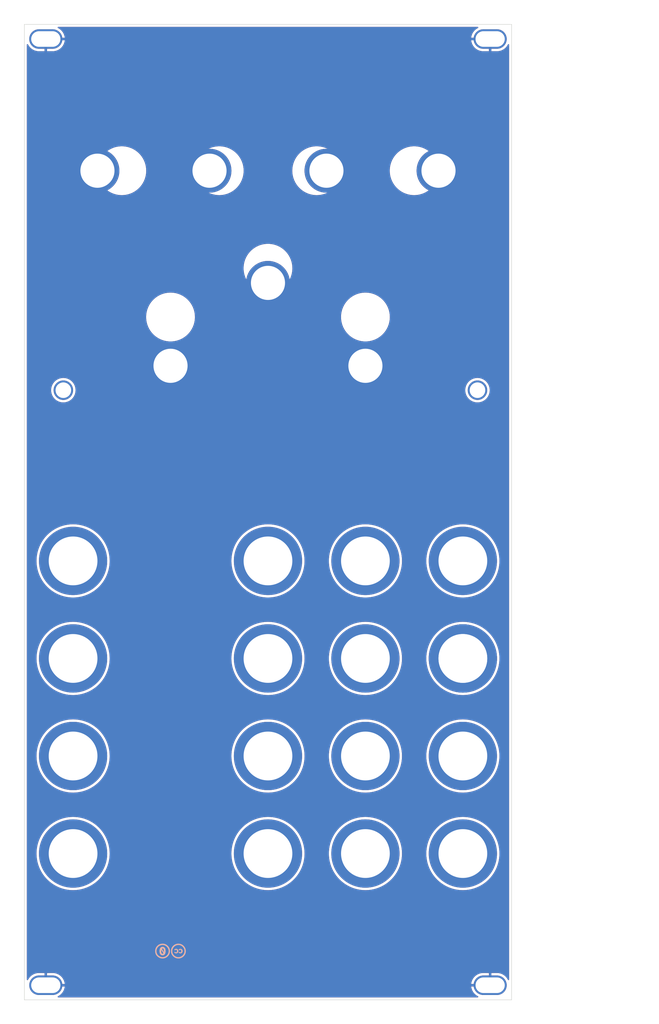
<source format=kicad_pcb>
(kicad_pcb (version 20221018) (generator pcbnew)
  (layers (0 "F.Cu" signal) (31 "B.Cu" signal) (34 "B.Paste" user) (35 "F.Paste" user) (36 "B.SilkS" user "B.Silkscreen") (37 "F.SilkS" user "F.Silkscreen") (38 "B.Mask" user) (39 "F.Mask" user) (44 "Edge.Cuts" user))
  (net 0 "")
  (net 1 "GND")
  (footprint "Kosmo_panel:Kosmo_Panel_Dual_Slotted_Mounting_Holes" (layer "F.Cu") (at 113.1 10.6 180)
    (fp_text reference "H14" hide)
    (fp_text value "Panel")
    (pad "1" thru_hole oval (at 1.4 -194 180) (size 6.8 4) (drill oval 6 3.2) (layers "*.Cu" "*.Mask") (net 1 "GND"))
    (pad "1" thru_hole oval (at 1.4 0 180) (size 6.8 4) (drill oval 6 3.2) (layers "*.Cu" "*.Mask") (net 1 "GND"))
  )
  (footprint "Kosmo_panel:Kosmo_Panel_Dual_Slotted_Mounting_Holes" (layer "F.Cu") (at 19.1 204.6)
    (fp_text reference "H11" hide)
    (fp_text value "Panel")
    (pad "1" thru_hole oval (at 1.4 -194) (size 6.8 4) (drill oval 6 3.2) (layers "*.Cu" "*.Mask") (net 1 "GND"))
    (pad "1" thru_hole oval (at 1.4 0) (size 6.8 4) (drill oval 6 3.2) (layers "*.Cu" "*.Mask") (net 1 "GND"))
  )
  (footprint "Kosmo_panel:Kosmo_Jack_Hole" (layer "F.Cu") (at 86.1 117.6)
    (fp_text reference "H161.1" hide)
    (fp_text value "Jack_Hole")
    (pad "1" thru_hole circle (at 0 0) (size 14 14) (drill 10) (layers "*.Cu" "*.Mask"))
  )
  (footprint "KOSMO:Kosmo_Pot_Hole" (layer "F.Cu") (at 78.1 37.6)
    (fp_text reference "REF**" hide)
    (fp_text value "Kosmo_Pot_Hole")
    (pad "1" thru_hole circle (at 0 0) (size 9 9) (drill 7) (layers "*.Cu" "*.Mask"))
  )
  (footprint "Kosmo_panel:Kosmo_Jack_Hole" (layer "F.Cu") (at 86.1 137.6)
    (fp_text reference "H161.1" hide)
    (fp_text value "Jack_Hole")
    (pad "1" thru_hole circle (at 0 0) (size 14 14) (drill 10) (layers "*.Cu" "*.Mask"))
  )
  (footprint "KOSMO:Kosmo_Switch_Hole" (layer "F.Cu") (at 66.1 60.6)
    (fp_text reference "REF**" hide)
    (fp_text value "Kosmo_Switch_Hole")
    (pad "1" thru_hole circle (at 0 0) (size 9 9) (drill 7) (layers "*.Cu" "*.Mask"))
  )
  (footprint "Kosmo_panel:Kosmo_Jack_Hole" (layer "F.Cu") (at 66.1 137.6)
    (fp_text reference "H161.1" hide)
    (fp_text value "Jack_Hole")
    (pad "1" thru_hole circle (at 0 0) (size 14 14) (drill 10) (layers "*.Cu" "*.Mask"))
  )
  (footprint "Kosmo_panel:Kosmo_Jack_Hole" (layer "F.Cu") (at 26.1 117.6)
    (fp_text reference "H2" hide)
    (fp_text value "Jack_Hole")
    (pad "1" thru_hole circle (at 0 0) (size 14 14) (drill 10) (layers "*.Cu" "*.Mask"))
  )
  (footprint "KOSMO:Kosmo_Pot_Hole" (layer "F.Cu") (at 101.1 37.6)
    (fp_text reference "REF**" hide)
    (fp_text value "Kosmo_Pot_Hole")
    (pad "1" thru_hole circle (at 0 0) (size 9 9) (drill 7) (layers "*.Cu" "*.Mask"))
  )
  (footprint "Kosmo_panel:Kosmo_Jack_Hole" (layer "F.Cu") (at 106.1 117.6)
    (fp_text reference "H161.1" hide)
    (fp_text value "Jack_Hole")
    (pad "1" thru_hole circle (at 0 0) (size 14 14) (drill 10) (layers "*.Cu" "*.Mask"))
  )
  (footprint "KOSMO:Kosmo_Pot_Hole" (layer "F.Cu") (at 86.1 77.6)
    (fp_text reference "REF**" hide)
    (fp_text value "Kosmo_Pot_Hole")
    (pad "1" thru_hole circle (at 0 0) (size 9 9) (drill 7) (layers "*.Cu" "*.Mask"))
  )
  (footprint "Kosmo_panel:Kosmo_Jack_Hole" (layer "F.Cu") (at 106.1 137.6)
    (fp_text reference "H161.1" hide)
    (fp_text value "Jack_Hole")
    (pad "1" thru_hole circle (at 0 0) (size 14 14) (drill 10) (layers "*.Cu" "*.Mask"))
  )
  (footprint "KOSMO:Kosmo_Pot_Hole" (layer "F.Cu") (at 46.1 77.6)
    (fp_text reference "REF**" hide)
    (fp_text value "Kosmo_Pot_Hole")
    (pad "1" thru_hole circle (at 0 0) (size 9 9) (drill 7) (layers "*.Cu" "*.Mask"))
  )
  (footprint "Kosmo_panel:Kosmo_Jack_Hole" (layer "F.Cu") (at 66.1 177.6)
    (fp_text reference "H161.1" hide)
    (fp_text value "Jack_Hole")
    (pad "1" thru_hole circle (at 0 0) (size 14 14) (drill 10) (layers "*.Cu" "*.Mask"))
  )
  (footprint "Kosmo_panel:Kosmo_Jack_Hole" (layer "F.Cu") (at 106.1 157.6)
    (fp_text reference "H161.1" hide)
    (fp_text value "Jack_Hole")
    (pad "1" thru_hole circle (at 0 0) (size 14 14) (drill 10) (layers "*.Cu" "*.Mask"))
  )
  (footprint "" (layer "F.Cu") (at 106.1 137.6)
    (fp_text reference "" (at 0 0) (layer "F.SilkS") (effects (font (size 1.27 1.27))))
    (fp_text value "" (at 0 0) (layer "F.SilkS") (effects (font (size 1.27 1.27))))
    (pad "1" thru_hole circle (at 0 0) (size 14 14) (drill 10) (layers "*.Cu" "*.Mask"))
  )
  (footprint "Kosmo_panel:Kosmo_Jack_Hole" (layer "F.Cu") (at 26.1 177.6)
    (fp_text reference "H2" hide)
    (fp_text value "Jack_Hole")
    (pad "1" thru_hole circle (at 0 0) (size 14 14) (drill 10) (layers "*.Cu" "*.Mask"))
  )
  (footprint "Kosmo_panel:Kosmo_Jack_Hole" (layer "F.Cu") (at 66.1 157.6)
    (fp_text reference "H161.1" hide)
    (fp_text value "Jack_Hole")
    (pad "1" thru_hole circle (at 0 0) (size 14 14) (drill 10) (layers "*.Cu" "*.Mask"))
  )
  (footprint "KOSMO:Kosmo_Panel_Mounting_Hole" (layer "F.Cu") (at 24.1 82.6)
    (fp_text reference "REF**" hide)
    (fp_text value "Kosmo_Panel_Mounting_Hole")
    (pad "1" thru_hole circle (at 0 0) (size 4 4) (drill 3.2) (layers "*.Cu" "*.Mask"))
  )
  (footprint "Kosmo_panel:Kosmo_Jack_Hole" (layer "F.Cu") (at 66.1 117.6)
    (fp_text reference "H161.1" hide)
    (fp_text value "Jack_Hole")
    (pad "1" thru_hole circle (at 0 0) (size 14 14) (drill 10) (layers "*.Cu" "*.Mask"))
  )
  (footprint "KOSMO:Kosmo_Pot_Hole" (layer "F.Cu") (at 54.1 37.6)
    (fp_text reference "REF**" hide)
    (fp_text value "Kosmo_Pot_Hole")
    (pad "1" thru_hole circle (at 0 0) (size 9 9) (drill 7) (layers "*.Cu" "*.Mask"))
  )
  (footprint "KOSMO:Kosmo_Pot_Hole" (layer "F.Cu") (at 31.1 37.6)
    (fp_text reference "REF**" hide)
    (fp_text value "Kosmo_Pot_Hole")
    (pad "1" thru_hole circle (at 0 0) (size 9 9) (drill 7) (layers "*.Cu" "*.Mask"))
  )
  (footprint "Kosmo_panel:Kosmo_Jack_Hole" (layer "F.Cu") (at 106.1 177.6)
    (fp_text reference "H161.1" hide)
    (fp_text value "Jack_Hole")
    (pad "1" thru_hole circle (at 0 0) (size 14 14) (drill 10) (layers "*.Cu" "*.Mask"))
  )
  (footprint "Kosmo_panel:Kosmo_Jack_Hole" (layer "F.Cu") (at 86.1 157.6)
    (fp_text reference "H161.1" hide)
    (fp_text value "Jack_Hole")
    (pad "1" thru_hole circle (at 0 0) (size 14 14) (drill 10) (layers "*.Cu" "*.Mask"))
  )
  (footprint "Kosmo_panel:Kosmo_Jack_Hole" (layer "F.Cu") (at 86.1 177.6)
    (fp_text reference "H161.1" hide)
    (fp_text value "Jack_Hole")
    (pad "1" thru_hole circle (at 0 0) (size 14 14) (drill 10) (layers "*.Cu" "*.Mask"))
  )
  (footprint "Kosmo_panel:Kosmo_Jack_Hole" (layer "F.Cu") (at 26.1 137.6)
    (fp_text reference "H2" hide)
    (fp_text value "Jack_Hole")
    (pad "1" thru_hole circle (at 0 0) (size 14 14) (drill 10) (layers "*.Cu" "*.Mask"))
  )
  (footprint "Kosmo_panel:Kosmo_Jack_Hole" (layer "F.Cu") (at 26.1 157.6)
    (fp_text reference "H2" hide)
    (fp_text value "Jack_Hole")
    (pad "1" thru_hole circle (at 0 0) (size 14 14) (drill 10) (layers "*.Cu" "*.Mask"))
  )
  (footprint "KOSMO:Kosmo_Panel_Mounting_Hole" (layer "F.Cu") (at 109.1 82.6)
    (fp_text reference "REF**" hide)
    (fp_text value "Kosmo_Panel_Mounting_Hole")
    (pad "1" thru_hole circle (at 0 0) (size 4 4) (drill 3.2) (layers "*.Cu" "*.Mask"))
  )
  (footprint "ao_tht:CC0_logo" (layer "B.Cu") (at 46.1 197.6 180)
    (fp_text reference "GRAF3" hide)
    (fp_text value "CC0 logo" hide)
    (fp_poly (pts (xy -1.885462 0.447357) (xy -1.80796 0.416229) (xy -1.734173 0.37) (xy -1.677964 0.318156) (xy -1.661191 0.293865) (xy -1.654405 0.269539) (xy -1.668257 0.247419) (xy -1.709064 0.219701) (xy -1.731679 0.206789) (xy -1.821809 0.156415) (xy -1.888507 0.214977) (xy -1.960737 0.261481) (xy -2.032889 0.270561) (xy -2.108372 0.245153) (xy -2.162338 0.200425) (xy -2.19441 0.131222) (xy -2.205949 0.03361) (xy -2.20416 -0.031687) (xy -2.197588 -0.10471) (xy -2.185977 -0.152001) (xy -2.164231 -0.186901) (xy -2.133179 -0.217499) (xy -2.057933 -0.264544) (xy -1.981404 -0.272549) (xy -1.903904 -0.241518) (xy -1.867775 -0.213928) (xy -1.799883 -0.154317) (xy -1.720557 -0.194786) (xy -1.673096 -0.222496) (xy -1.644755 -0.245796) (xy -1.641231 -0.252736) (xy -1.654834 -0.274078) (xy -1.690081 -0.311448) (xy -1.727998 -0.346592) (xy -1.841914 -0.423137) (xy -1.965441 -0.462801) (xy -2.094244 -0.464942) (xy -2.223988 -0.428916) (xy -2.238695 -0.422334) (xy -2.345027 -0.354034) (xy -2.420464 -0.262318) (xy -2.465242 -0.146736) (xy -2.479597 -0.006835) (xy -2.478269 0.035499) (xy -2.468911 0.125283) (xy -2.449251 0.195064) (xy -2.413931 0.263602) (xy -2.412411 0.266102) (xy -2.33328 0.360131) (xy -2.230981 0.425953) (xy -2.111332 0.461567) (xy -1.980151 0.46497) (xy -1.885462 0.447357)) (stroke (width 0.01)) (fill solid) (layer "B.SilkS"))
    (fp_poly (pts (xy -1.01024 0.448053) (xy -0.908378 0.40803) (xy -0.825953 0.349289) (xy -0.779557 0.289126) (xy -0.775227 0.265623) (xy -0.793686 0.241428) (xy -0.840859 0.209511) (xy -0.852388 0.202677) (xy -0.906758 0.17294) (xy -0.938765 0.163009) (xy -0.958361 0.17072) (xy -0.964922 0.178217) (xy -1.013678 0.224964) (xy -1.073913 0.260146) (xy -1.12689 0.273539) (xy -1.208245 0.256466) (xy -1.27031 0.207135) (xy -1.310986 0.128382) (xy -1.328177 0.023042) (xy -1.328616 0.000962) (xy -1.315565 -0.10452) (xy -1.279697 -0.187197) (xy -1.225937 -0.243996) (xy -1.159213 -0.271845) (xy -1.084451 -0.267673) (xy -1.006578 -0.228406) (xy -0.986663 -0.212275) (xy -0.916888 -0.151013) (xy -0.839444 -0.185935) (xy -0.79209 -0.212301) (xy -0.764706 -0.237249) (xy -0.762 -0.244709) (xy -0.777365 -0.276272) (xy -0.817095 -0.319399) (xy -0.871639 -0.366241) (xy -0.931448 -0.408947) (xy -0.986973 -0.43967) (xy -1.00907 -0.447792) (xy -1.148419 -0.468493) (xy -1.280352 -0.450937) (xy -1.363723 -0.418395) (xy -1.467214 -0.346141) (xy -1.542881 -0.248191) (xy -1.588536 -0.128345) (xy -1.602154 -0.004694) (xy -1.585124 0.126514) (xy -1.536905 0.245772) (xy -1.4618 0.345922) (xy -1.364117 0.419804) (xy -1.339475 0.432072) (xy -1.235087 0.462447) (xy -1.122242 0.466983) (xy -1.01024 0.448053)) (stroke (width 0.01)) (fill solid) (layer "B.SilkS"))
    (fp_poly (pts (xy 1.718811 0.866259) (xy 1.783433 0.858563) (xy 1.8415 0.840803) (xy 1.900438 0.814116) (xy 2.015396 0.738004) (xy 2.107653 0.63303) (xy 2.177998 0.497849) (xy 2.227221 0.331117) (xy 2.24543 0.226536) (xy 2.261732 0.072822) (xy 2.263518 -0.063482) (xy 2.250516 -0.201356) (xy 2.238221 -0.277732) (xy 2.1934 -0.451964) (xy 2.126711 -0.598191) (xy 2.039491 -0.714342) (xy 1.933076 -0.798346) (xy 1.887208 -0.821706) (xy 1.794059 -0.850276) (xy 1.681724 -0.866619) (xy 1.568671 -0.868967) (xy 1.490717 -0.859705) (xy 1.4154 -0.839781) (xy 1.353805 -0.811095) (xy 1.290906 -0.765485) (xy 1.247215 -0.727434) (xy 1.157059 -0.622255) (xy 1.089193 -0.48908) (xy 1.07861 -0.451694) (xy 1.484923 -0.451694) (xy 1.501634 -0.498731) (xy 1.545315 -0.530658) (xy 1.606292 -0.545931) (xy 1.674889 -0.543004) (xy 1.741429 -0.520334) (xy 1.774755 -0.497962) (xy 1.816901 -0.448793) (xy 1.854205 -0.382909) (xy 1.864849 -0.356308) (xy 1.88411 -0.277223) (xy 1.89875 -0.173359) (xy 1.907803 -0.058843) (xy 1.910303 0.052198) (xy 1.905284 0.145638) (xy 1.901108 0.174111) (xy 1.884973 0.260298) (xy 1.684948 -0.083738) (xy 1.624344 -0.189104) (xy 1.571119 -0.283798) (xy 1.52824 -0.362368) (xy 1.498669 -0.41936) (xy 1.485371 -0.449321) (xy 1.484923 -0.451694) (xy 1.07861 -0.451694) (xy 1.043164 -0.326483) (xy 1.01852 -0.133041) (xy 1.015195 -0.034984) (xy 1.361854 -0.034984) (xy 1.363815 -0.095716) (xy 1.365833 -0.141666) (xy 1.368582 -0.174212) (xy 1.374422 -0.190645) (xy 1.385712 -0.188254) (xy 1.404811 -0.16433) (xy 1.434079 -0.116164) (xy 1.475876 -0.041045) (xy 1.532562 0.063737) (xy 1.581079 0.153804) (xy 1.640141 0.264381) (xy 1.682165 0.346344) (xy 1.709345 0.405094) (xy 1.723875 0.446033) (xy 1.727947 0.474566) (xy 1.723754 0.496092) (xy 1.721855 0.500611) (xy 1.68592 0.536803) (xy 1.627827 0.547355) (xy 1.555436 0.531648) (xy 1.521317 0.516383) (xy 1.464215 0.465864) (xy 1.418724 0.381603) (xy 1.385837 0.267465) (xy 1.366549 0.127314) (xy 1.361854 -0.034984) (xy 1.015195 -0.034984) (xy 1.013762 0.007269) (xy 1.024688 0.220322) (xy 1.059279 0.402862) (xy 1.117786 0.555661) (xy 1.200462 0.679494) (xy 1.248508 0.728604) (xy 1.333991 0.795416) (xy 1.420481 0.837758) (xy 1.520566 0.860181) (xy 1.631461 0.867075) (xy 1.718811 0.866259)) (stroke (width 0.01)) (fill solid) (layer "B.SilkS"))
    (fp_poly (pts (xy 1.937449 1.488413) (xy 2.165128 1.427681) (xy 2.377239 1.336055) (xy 2.447398 1.296292) (xy 2.555932 1.219221) (xy 2.671208 1.118507) (xy 2.782641 1.004866) (xy 2.879647 0.889018) (xy 2.946112 0.791308) (xy 3.045923 0.585001) (xy 3.11415 0.364759) (xy 3.150694 0.136541) (xy 3.155457 -0.093698) (xy 3.12834 -0.32) (xy 3.069247 -0.536409) (xy 2.978077 -0.736967) (xy 2.971503 -0.748509) (xy 2.84694 -0.927855) (xy 2.691596 -1.091903) (xy 2.512465 -1.235367) (xy 2.316538 -1.352963) (xy 2.110807 -1.439403) (xy 2.023637 -1.465024) (xy 1.893912 -1.490687) (xy 1.748397 -1.507309) (xy 1.602282 -1.513928) (xy 1.470755 -1.509587) (xy 1.417299 -1.503333) (xy 1.177964 -1.446757) (xy 0.951186 -1.353934) (xy 0.741335 -1.2268) (xy 0.669682 -1.172122) (xy 0.498435 -1.00945) (xy 0.35804 -0.826151) (xy 0.249021 -0.626239) (xy 0.171902 -0.41373) (xy 0.127209 -0.192639) (xy 0.118984 -0.034606) (xy 0.380802 -0.034606) (xy 0.405936 -0.245751) (xy 0.467321 -0.45069) (xy 0.551733 -0.623249) (xy 0.614924 -0.713441) (xy 0.701005 -0.813314) (xy 0.799428 -0.912322) (xy 0.89965 -0.99992) (xy 0.991124 -1.065561) (xy 0.998443 -1.069958) (xy 1.196064 -1.164254) (xy 1.404843 -1.221992) (xy 1.620757 -1.242623) (xy 1.839786 -1.225598) (xy 1.956747 -1.200863) (xy 2.127697 -1.140458) (xy 2.297418 -1.051041) (xy 2.454712 -0.939843) (xy 2.588382 -0.814097) (xy 2.627915 -0.767478) (xy 2.745701 -0.589023) (xy 2.828533 -0.398686) (xy 2.877095 -0.20062) (xy 2.892068 0.001025) (xy 2.874137 0.202096) (xy 2.823983 0.398442) (xy 2.74229 0.585911) (xy 2.629741 0.760353) (xy 2.487017 0.917615) (xy 2.330082 1.043259) (xy 2.149405 1.143654) (xy 1.952948 1.211144) (xy 1.746545 1.245378) (xy 1.536028 1.246007) (xy 1.327231 1.212681) (xy 1.125987 1.14505) (xy 1.069661 1.118866) (xy 0.925853 1.029542) (xy 0.786385 0.909758) (xy 0.658542 0.768022) (xy 0.54961 0.61284) (xy 0.466877 0.452718) (xy 0.441544 0.385589) (xy 0.392483 0.177567) (xy 0.380802 -0.034606) (xy 0.118984 -0.034606) (xy 0.115464 0.033018) (xy 0.137192 0.259228) (xy 0.192918 0.481975) (xy 0.283167 0.697244) (xy 0.400416 0.889849) (xy 0.528616 1.042922) (xy 0.682877 1.183446) (xy 0.854449 1.305304) (xy 1.034582 1.402374) (xy 1.214524 1.46854) (xy 1.236086 1.474212) (xy 1.465421 1.512781) (xy 1.701711 1.517147) (xy 1.937449 1.488413)) (stroke (width 0.01)) (fill solid) (layer "B.SilkS"))
    (fp_poly (pts (xy -1.345762 1.496705) (xy -1.119275 1.439275) (xy -0.906042 1.349139) (xy -0.709636 1.228177) (xy -0.533628 1.078271) (xy -0.381589 0.901304) (xy -0.257089 0.699156) (xy -0.244249 0.673459) (xy -0.193712 0.562705) (xy -0.156951 0.461868) (xy -0.131999 0.360933) (xy -0.116892 0.249886) (xy -0.109665 0.118713) (xy -0.108257 -0.019538) (xy -0.109141 -0.139418) (xy -0.111786 -0.22955) (xy -0.117274 -0.299255) (xy -0.126685 -0.357855) (xy -0.141101 -0.414672) (xy -0.161488 -0.478692) (xy -0.25232 -0.689619) (xy -0.376092 -0.885212) (xy -0.528345 -1.061404) (xy -0.704617 -1.214128) (xy -0.90045 -1.339317) (xy -1.111382 -1.432904) (xy -1.253751 -1.474692) (xy -1.376333 -1.496312) (xy -1.517661 -1.509844) (xy -1.661804 -1.51454) (xy -1.792831 -1.50965) (xy -1.852036 -1.502835) (xy -2.065147 -1.451615) (xy -2.27496 -1.365903) (xy -2.472932 -1.249928) (xy -2.650519 -1.107922) (xy -2.651575 -1.106935) (xy -2.818861 -0.925473) (xy -2.952401 -0.726943) (xy -3.051194 -0.51425) (xy -3.114239 -0.290302) (xy -3.140535 -0.058003) (xy -3.137084 0.013629) (xy -2.862601 0.013629) (xy -2.860389 -0.11978) (xy -2.848612 -0.238052) (xy -2.834995 -0.302846) (xy -2.76038 -0.500843) (xy -2.653427 -0.685299) (xy -2.518836 -0.850554) (xy -2.361307 -0.990947) (xy -2.185539 -1.100816) (xy -2.16364 -1.111586) (xy -2.076119 -1.149895) (xy -1.986608 -1.18332) (xy -1.911196 -1.20599) (xy -1.895231 -1.209527) (xy -1.827822 -1.222939) (xy -1.771304 -1.234585) (xy -1.748692 -1.239505) (xy -1.699174 -1.244004) (xy -1.623233 -1.243264) (xy -1.533045 -1.238131) (xy -1.440787 -1.229448) (xy -1.358637 -1.218062) (xy -1.315852 -1.209472) (xy -1.145852 -1.152534) (xy -0.976986 -1.06724) (xy -0.819642 -0.960299) (xy -0.684202 -0.838415) (xy -0.614407 -0.756457) (xy -0.512259 -0.606814) (xy -0.439983 -0.465157) (xy -0.393839 -0.320154) (xy -0.370085 -0.160468) (xy -0.364724 0) (xy -0.366764 0.109115) (xy -0.372805 0.192678) (xy -0.384761 0.264156) (xy -0.404547 0.33702) (xy -0.418866 0.380813) (xy -0.509318 0.589261) (xy -0.630477 0.774366) (xy -0.780224 0.93399) (xy -0.956439 1.06599) (xy -1.157005 1.168227) (xy -1.223114 1.193304) (xy -1.334844 1.221816) (xy -1.470736 1.240097) (xy -1.617025 1.247316) (xy -1.759944 1.242644) (xy -1.853669 1.231343) (xy -2.041649 1.180435) (xy -2.221627 1.094685) (xy -2.389038 0.978174) (xy -2.539315 0.834985) (xy -2.667892 0.6692) (xy -2.770203 0.484902) (xy -2.815676 0.371231) (xy -2.839862 0.272479) (xy -2.855631 0.14883) (xy -2.862601 0.013629) (xy -3.137084 0.013629) (xy -3.12908 0.179741) (xy -3.118648 0.248748) (xy -3.060541 0.481714) (xy -2.970059 0.695081) (xy -2.845439 0.892109) (xy -2.684913 1.07606) (xy -2.655132 1.105115) (xy -2.474249 1.256065) (xy -2.283837 1.370769) (xy -2.078478 1.451842) (xy -1.852752 1.501896) (xy -1.824219 1.505919) (xy -1.581934 1.519547) (xy -1.345762 1.496705)) (stroke (width 0.01)) (fill solid) (layer "B.SilkS"))
  )
  (gr_line (start 16.1 207.6) (end 116.1 207.6) (stroke (width 0.1)) (layer "Edge.Cuts"))
  (gr_line (start 116.1 7.6) (end 16.1 7.6) (stroke (width 0.1)) (layer "Edge.Cuts"))
  (gr_line (start 16.1 7.6) (end 16.1 207.6) (stroke (width 0.1)) (layer "Edge.Cuts"))
  (gr_line (start 116.1 207.6) (end 116.1 7.6) (stroke (width 0.1)) (layer "Edge.Cuts"))
  (zone (net 1) (net_name "GND") (layer "F.Cu") (connect_pads (clearance 0.508)) (min_thickness 0.254) (fill yes (thermal_gap 0.508) (thermal_bridge_width 0.508))
    (polygon (pts (xy 121.1 212.6) (xy 11.1 212.6) (xy 11.1 2.6) (xy 121.1 2.6)))
  )
  (zone (net 1) (net_name "GND") (layer "B.Cu") (connect_pads (clearance 0.508)) (min_thickness 0.254) (fill yes (thermal_gap 0.508) (thermal_bridge_width 0.508))
    (polygon (pts (xy 121.1 212.6) (xy 11.1 212.6) (xy 11.1 2.6) (xy 121.1 2.6)))
  )
)
</source>
